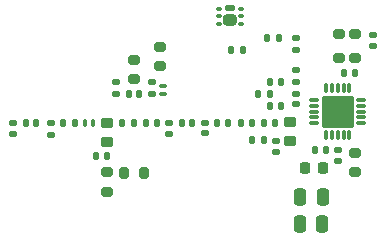
<source format=gbr>
%TF.GenerationSoftware,KiCad,Pcbnew,8.0.8*%
%TF.CreationDate,2025-03-29T16:24:55+01:00*%
%TF.ProjectId,rf,72662e6b-6963-4616-945f-706362585858,rev?*%
%TF.SameCoordinates,PX55d4a80PY8044ea0*%
%TF.FileFunction,Paste,Top*%
%TF.FilePolarity,Positive*%
%FSLAX46Y46*%
G04 Gerber Fmt 4.6, Leading zero omitted, Abs format (unit mm)*
G04 Created by KiCad (PCBNEW 8.0.8) date 2025-03-29 16:24:55*
%MOMM*%
%LPD*%
G01*
G04 APERTURE LIST*
G04 Aperture macros list*
%AMRoundRect*
0 Rectangle with rounded corners*
0 $1 Rounding radius*
0 $2 $3 $4 $5 $6 $7 $8 $9 X,Y pos of 4 corners*
0 Add a 4 corners polygon primitive as box body*
4,1,4,$2,$3,$4,$5,$6,$7,$8,$9,$2,$3,0*
0 Add four circle primitives for the rounded corners*
1,1,$1+$1,$2,$3*
1,1,$1+$1,$4,$5*
1,1,$1+$1,$6,$7*
1,1,$1+$1,$8,$9*
0 Add four rect primitives between the rounded corners*
20,1,$1+$1,$2,$3,$4,$5,0*
20,1,$1+$1,$4,$5,$6,$7,0*
20,1,$1+$1,$6,$7,$8,$9,0*
20,1,$1+$1,$8,$9,$2,$3,0*%
G04 Aperture macros list end*
%ADD10RoundRect,0.125000X0.125000X0.205000X-0.125000X0.205000X-0.125000X-0.205000X0.125000X-0.205000X0*%
%ADD11RoundRect,0.140000X-0.140000X-0.170000X0.140000X-0.170000X0.140000X0.170000X-0.140000X0.170000X0*%
%ADD12RoundRect,0.140000X0.140000X0.170000X-0.140000X0.170000X-0.140000X-0.170000X0.140000X-0.170000X0*%
%ADD13RoundRect,0.135000X-0.135000X-0.185000X0.135000X-0.185000X0.135000X0.185000X-0.135000X0.185000X0*%
%ADD14RoundRect,0.200000X0.275000X-0.200000X0.275000X0.200000X-0.275000X0.200000X-0.275000X-0.200000X0*%
%ADD15RoundRect,0.225000X0.225000X0.250000X-0.225000X0.250000X-0.225000X-0.250000X0.225000X-0.250000X0*%
%ADD16RoundRect,0.125000X-0.205000X0.125000X-0.205000X-0.125000X0.205000X-0.125000X0.205000X0.125000X0*%
%ADD17RoundRect,0.087500X-0.212500X0.087500X-0.212500X-0.087500X0.212500X-0.087500X0.212500X0.087500X0*%
%ADD18RoundRect,0.140000X-0.170000X0.140000X-0.170000X-0.140000X0.170000X-0.140000X0.170000X0.140000X0*%
%ADD19RoundRect,0.135000X-0.185000X0.135000X-0.185000X-0.135000X0.185000X-0.135000X0.185000X0.135000X0*%
%ADD20RoundRect,0.200000X-0.300000X0.200000X-0.300000X-0.200000X0.300000X-0.200000X0.300000X0.200000X0*%
%ADD21RoundRect,0.200000X-0.275000X0.200000X-0.275000X-0.200000X0.275000X-0.200000X0.275000X0.200000X0*%
%ADD22RoundRect,0.200000X0.200000X0.275000X-0.200000X0.275000X-0.200000X-0.275000X0.200000X-0.275000X0*%
%ADD23RoundRect,0.225000X0.275000X-0.225000X0.275000X0.225000X-0.275000X0.225000X-0.275000X-0.225000X0*%
%ADD24RoundRect,0.140000X0.170000X-0.140000X0.170000X0.140000X-0.170000X0.140000X-0.170000X-0.140000X0*%
%ADD25RoundRect,0.125000X-0.125000X-0.205000X0.125000X-0.205000X0.125000X0.205000X-0.125000X0.205000X0*%
%ADD26RoundRect,0.250000X0.250000X0.475000X-0.250000X0.475000X-0.250000X-0.475000X0.250000X-0.475000X0*%
%ADD27RoundRect,0.135000X0.135000X0.185000X-0.135000X0.185000X-0.135000X-0.185000X0.135000X-0.185000X0*%
%ADD28RoundRect,0.087500X-0.087500X-0.212500X0.087500X-0.212500X0.087500X0.212500X-0.087500X0.212500X0*%
%ADD29RoundRect,0.075000X0.325000X-0.075000X0.325000X0.075000X-0.325000X0.075000X-0.325000X-0.075000X0*%
%ADD30RoundRect,0.075000X-0.075000X-0.325000X0.075000X-0.325000X0.075000X0.325000X-0.075000X0.325000X0*%
%ADD31RoundRect,0.250000X-1.125000X-1.125000X1.125000X-1.125000X1.125000X1.125000X-1.125000X1.125000X0*%
%ADD32RoundRect,0.125000X0.205000X-0.125000X0.205000X0.125000X-0.205000X0.125000X-0.205000X-0.125000X0*%
%ADD33RoundRect,0.100000X0.112500X-0.100000X0.112500X0.100000X-0.112500X0.100000X-0.112500X-0.100000X0*%
%ADD34RoundRect,0.237500X0.337500X-0.237500X0.337500X0.237500X-0.337500X0.237500X-0.337500X-0.237500X0*%
%ADD35RoundRect,0.120000X0.280000X-0.120000X0.280000X0.120000X-0.280000X0.120000X-0.280000X-0.120000X0*%
G04 APERTURE END LIST*
D10*
%TO.C,L8*%
X55200000Y54300000D03*
X54300000Y54300000D03*
%TD*%
D11*
%TO.C,C34*%
X52270000Y54300000D03*
X53230000Y54300000D03*
%TD*%
D12*
%TO.C,C32*%
X50960000Y51500000D03*
X50000000Y51500000D03*
%TD*%
D13*
%TO.C,R29*%
X61490000Y60500000D03*
X62510000Y60500000D03*
%TD*%
D14*
%TO.C,R25*%
X51000000Y48475000D03*
X51000000Y50125000D03*
%TD*%
D15*
%TO.C,C26*%
X69300000Y50500000D03*
X67750000Y50500000D03*
%TD*%
D16*
%TO.C,L6*%
X59250000Y54300000D03*
X59250000Y53400000D03*
%TD*%
D17*
%TO.C,D7*%
X55750000Y57400000D03*
X55750000Y56750000D03*
%TD*%
D18*
%TO.C,C23*%
X70500000Y52000000D03*
X70500000Y51040000D03*
%TD*%
D12*
%TO.C,C27*%
X69500000Y52000000D03*
X68540000Y52000000D03*
%TD*%
D10*
%TO.C,L5*%
X63250000Y54300000D03*
X62350000Y54300000D03*
%TD*%
D19*
%TO.C,R31*%
X67000000Y61510000D03*
X67000000Y60490000D03*
%TD*%
D13*
%TO.C,R24*%
X63240000Y52800000D03*
X64260000Y52800000D03*
%TD*%
D12*
%TO.C,C30*%
X61250000Y54300000D03*
X60290000Y54300000D03*
%TD*%
D10*
%TO.C,L7*%
X58200000Y54300000D03*
X57300000Y54300000D03*
%TD*%
D20*
%TO.C,TCXO1*%
X70600000Y61850000D03*
X70600000Y59750000D03*
X72000000Y59750000D03*
X72000000Y61850000D03*
%TD*%
D10*
%TO.C,L4*%
X45000000Y54300000D03*
X44100000Y54300000D03*
%TD*%
D21*
%TO.C,R28*%
X53250000Y59650000D03*
X53250000Y58000000D03*
%TD*%
D22*
%TO.C,R26*%
X54075000Y50050000D03*
X52425000Y50050000D03*
%TD*%
D14*
%TO.C,R27*%
X55500000Y59100000D03*
X55500000Y60750000D03*
%TD*%
D18*
%TO.C,C20*%
X67000000Y58750000D03*
X67000000Y57790000D03*
%TD*%
D23*
%TO.C,FB2*%
X51000000Y52700000D03*
X51000000Y54300000D03*
%TD*%
D24*
%TO.C,C31*%
X56250000Y53340000D03*
X56250000Y54300000D03*
%TD*%
D25*
%TO.C,L9*%
X52800000Y56750000D03*
X53700000Y56750000D03*
%TD*%
D26*
%TO.C,C25*%
X69250000Y48000000D03*
X67350000Y48000000D03*
%TD*%
D27*
%TO.C,R30*%
X65510000Y61500000D03*
X64490000Y61500000D03*
%TD*%
D11*
%TO.C,C37*%
X63770000Y56750000D03*
X64730000Y56750000D03*
%TD*%
D18*
%TO.C,C22*%
X43000000Y54280000D03*
X43000000Y53320000D03*
%TD*%
D24*
%TO.C,C36*%
X54750000Y56770000D03*
X54750000Y57730000D03*
%TD*%
%TO.C,C35*%
X51750000Y56750000D03*
X51750000Y57710000D03*
%TD*%
D14*
%TO.C,R23*%
X72000000Y50100000D03*
X72000000Y51750000D03*
%TD*%
D28*
%TO.C,D6*%
X49100000Y54300000D03*
X49750000Y54300000D03*
%TD*%
D26*
%TO.C,C24*%
X69200000Y45750000D03*
X67300000Y45750000D03*
%TD*%
D11*
%TO.C,C33*%
X47270000Y54300000D03*
X48230000Y54300000D03*
%TD*%
D29*
%TO.C,IC8*%
X68500000Y56250000D03*
X68500000Y55750000D03*
X68500000Y55250000D03*
X68500000Y54750000D03*
X68500000Y54250000D03*
D30*
X69500000Y53250000D03*
X70000000Y53250000D03*
X70500000Y53250000D03*
X71000000Y53250000D03*
X71500000Y53250000D03*
D29*
X72500000Y54250000D03*
X72500000Y54750000D03*
X72500000Y55250000D03*
X72500000Y55750000D03*
X72500000Y56250000D03*
D30*
X71500000Y57250000D03*
X71000000Y57250000D03*
X70500000Y57250000D03*
X70000000Y57250000D03*
X69500000Y57250000D03*
D31*
X70500000Y55250000D03*
%TD*%
D12*
%TO.C,C19*%
X65730000Y55750000D03*
X64770000Y55750000D03*
%TD*%
D10*
%TO.C,L3*%
X65700000Y57750000D03*
X64800000Y57750000D03*
%TD*%
D32*
%TO.C,L2*%
X67000000Y55850000D03*
X67000000Y56750000D03*
%TD*%
D12*
%TO.C,C18*%
X71960000Y58500000D03*
X71000000Y58500000D03*
%TD*%
D23*
%TO.C,FB1*%
X66500000Y52750000D03*
X66500000Y54350000D03*
%TD*%
D18*
%TO.C,C17*%
X73500000Y61730000D03*
X73500000Y60770000D03*
%TD*%
%TO.C,C21*%
X46250000Y54260000D03*
X46250000Y53300000D03*
%TD*%
D12*
%TO.C,C29*%
X65210000Y54300000D03*
X64250000Y54300000D03*
%TD*%
D24*
%TO.C,C28*%
X65250000Y51820000D03*
X65250000Y52780000D03*
%TD*%
D33*
%TO.C,Q6*%
X62338000Y62662000D03*
X62338000Y63312000D03*
X62338000Y63962000D03*
X60462000Y63962000D03*
X60462000Y63312000D03*
X60462000Y62662000D03*
D34*
X61400000Y62987000D03*
D35*
X61400000Y64002000D03*
%TD*%
M02*

</source>
